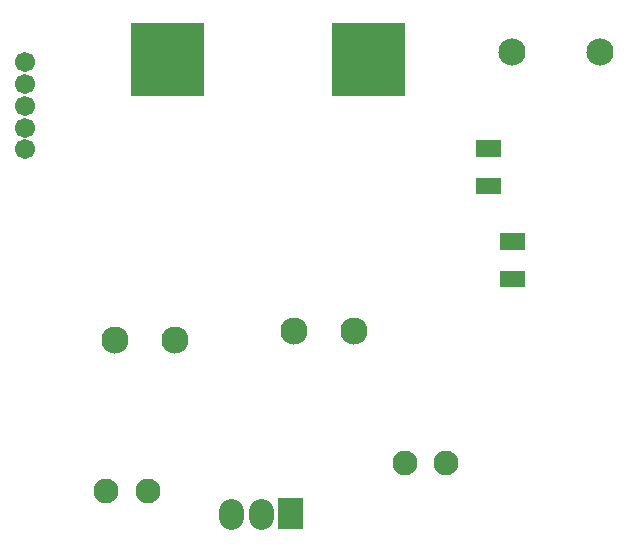
<source format=gts>
G04 Layer: TopSolderMaskLayer*
G04 EasyEDA v6.4.20.6, 2021-07-19T19:11:35--4:00*
G04 e84b6f659e4c45e888895c734b18603a,91999b56e5bf4a9c8a3ad43c56598434,10*
G04 Gerber Generator version 0.2*
G04 Scale: 100 percent, Rotated: No, Reflected: No *
G04 Dimensions in millimeters *
G04 leading zeros omitted , absolute positions ,4 integer and 5 decimal *
%FSLAX45Y45*%
%MOMM*%

%ADD24C,2.1016*%
%ADD25C,2.3000*%
%ADD26C,2.3016*%
%ADD29C,1.7016*%

%LPD*%
D24*
X2374900Y1016398D02*
G01*
X2374900Y1066398D01*
X2120900Y1016398D02*
G01*
X2120900Y1066398D01*
D25*
G01*
X1143000Y2514600D03*
G01*
X1651000Y2514600D03*
G01*
X2654300Y2590800D03*
G01*
X3162300Y2590800D03*
D26*
G01*
X5251805Y4953000D03*
G01*
X4501819Y4953000D03*
G36*
X4403343Y2957576D02*
G01*
X4403343Y3097784D01*
X4613656Y3097784D01*
X4613656Y2957576D01*
G37*
G36*
X4403343Y3277615D02*
G01*
X4403343Y3417823D01*
X4613656Y3417823D01*
X4613656Y3277615D01*
G37*
G36*
X4200143Y3744976D02*
G01*
X4200143Y3885184D01*
X4410456Y3885184D01*
X4410456Y3744976D01*
G37*
G36*
X4200143Y4065015D02*
G01*
X4200143Y4205223D01*
X4410456Y4205223D01*
X4410456Y4065015D01*
G37*
G36*
X2523743Y911352D02*
G01*
X2523743Y1171447D01*
X2734056Y1171447D01*
X2734056Y911352D01*
G37*
D29*
G01*
X381000Y4125798D03*
G01*
X381000Y4310811D03*
G01*
X381000Y4495800D03*
G01*
X381000Y4680813D03*
G01*
X381000Y4865801D03*
G36*
X1278128Y4579365D02*
G01*
X1278128Y5199634D01*
X1898650Y5199634D01*
X1898650Y4579365D01*
G37*
G36*
X2978150Y4579365D02*
G01*
X2978150Y5199634D01*
X3598672Y5199634D01*
X3598672Y4579365D01*
G37*
D24*
G01*
X1069594Y1231900D03*
G01*
X1419605Y1231900D03*
G01*
X3596893Y1473200D03*
G01*
X3946906Y1473200D03*
M02*

</source>
